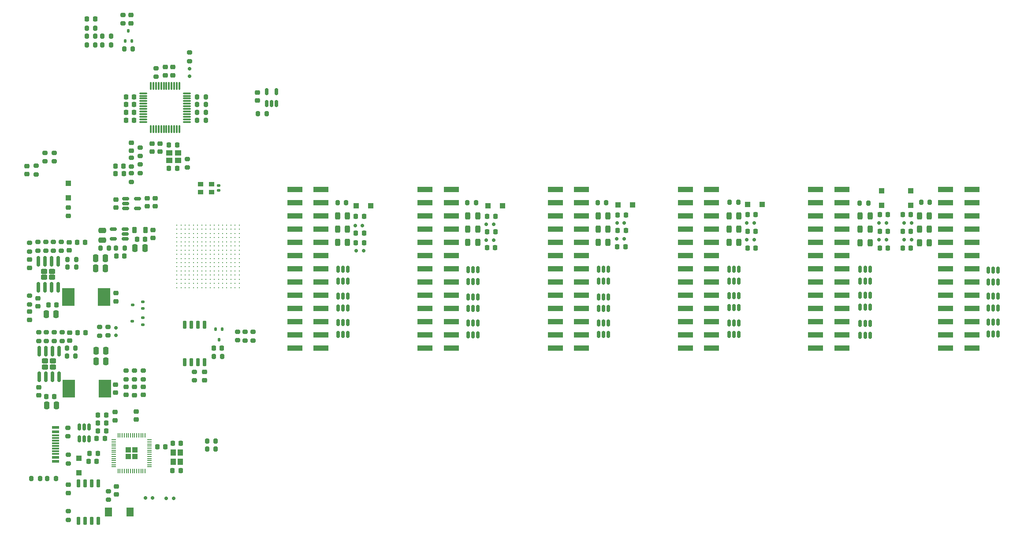
<source format=gtp>
G04 #@! TF.GenerationSoftware,KiCad,Pcbnew,8.0.4*
G04 #@! TF.CreationDate,2024-08-31T14:34:10+03:00*
G04 #@! TF.ProjectId,rioctrl-controller,72696f63-7472-46c2-9d63-6f6e74726f6c,rev?*
G04 #@! TF.SameCoordinates,Original*
G04 #@! TF.FileFunction,Paste,Top*
G04 #@! TF.FilePolarity,Positive*
%FSLAX46Y46*%
G04 Gerber Fmt 4.6, Leading zero omitted, Abs format (unit mm)*
G04 Created by KiCad (PCBNEW 8.0.4) date 2024-08-31 14:34:10*
%MOMM*%
%LPD*%
G01*
G04 APERTURE LIST*
G04 Aperture macros list*
%AMRoundRect*
0 Rectangle with rounded corners*
0 $1 Rounding radius*
0 $2 $3 $4 $5 $6 $7 $8 $9 X,Y pos of 4 corners*
0 Add a 4 corners polygon primitive as box body*
4,1,4,$2,$3,$4,$5,$6,$7,$8,$9,$2,$3,0*
0 Add four circle primitives for the rounded corners*
1,1,$1+$1,$2,$3*
1,1,$1+$1,$4,$5*
1,1,$1+$1,$6,$7*
1,1,$1+$1,$8,$9*
0 Add four rect primitives between the rounded corners*
20,1,$1+$1,$2,$3,$4,$5,0*
20,1,$1+$1,$4,$5,$6,$7,0*
20,1,$1+$1,$6,$7,$8,$9,0*
20,1,$1+$1,$8,$9,$2,$3,0*%
G04 Aperture macros list end*
%ADD10RoundRect,0.225000X0.225000X0.250000X-0.225000X0.250000X-0.225000X-0.250000X0.225000X-0.250000X0*%
%ADD11RoundRect,0.200000X0.200000X0.275000X-0.200000X0.275000X-0.200000X-0.275000X0.200000X-0.275000X0*%
%ADD12RoundRect,0.200000X-0.200000X-0.275000X0.200000X-0.275000X0.200000X0.275000X-0.200000X0.275000X0*%
%ADD13RoundRect,0.218750X0.218750X0.256250X-0.218750X0.256250X-0.218750X-0.256250X0.218750X-0.256250X0*%
%ADD14RoundRect,0.150000X-0.150000X-0.200000X0.150000X-0.200000X0.150000X0.200000X-0.150000X0.200000X0*%
%ADD15RoundRect,0.250000X0.300000X-0.300000X0.300000X0.300000X-0.300000X0.300000X-0.300000X-0.300000X0*%
%ADD16RoundRect,0.250000X0.250000X0.475000X-0.250000X0.475000X-0.250000X-0.475000X0.250000X-0.475000X0*%
%ADD17R,3.000000X1.000000*%
%ADD18RoundRect,0.243750X0.243750X0.456250X-0.243750X0.456250X-0.243750X-0.456250X0.243750X-0.456250X0*%
%ADD19RoundRect,0.250000X0.292217X-0.292217X0.292217X0.292217X-0.292217X0.292217X-0.292217X-0.292217X0*%
%ADD20RoundRect,0.050000X0.050000X-0.387500X0.050000X0.387500X-0.050000X0.387500X-0.050000X-0.387500X0*%
%ADD21RoundRect,0.050000X0.387500X-0.050000X0.387500X0.050000X-0.387500X0.050000X-0.387500X-0.050000X0*%
%ADD22RoundRect,0.150000X-0.150000X0.512500X-0.150000X-0.512500X0.150000X-0.512500X0.150000X0.512500X0*%
%ADD23RoundRect,0.150000X0.150000X-0.512500X0.150000X0.512500X-0.150000X0.512500X-0.150000X-0.512500X0*%
%ADD24RoundRect,0.200000X0.275000X-0.200000X0.275000X0.200000X-0.275000X0.200000X-0.275000X-0.200000X0*%
%ADD25RoundRect,0.200000X-0.275000X0.200000X-0.275000X-0.200000X0.275000X-0.200000X0.275000X0.200000X0*%
%ADD26RoundRect,0.225000X-0.225000X-0.250000X0.225000X-0.250000X0.225000X0.250000X-0.225000X0.250000X0*%
%ADD27RoundRect,0.243750X-0.243750X-0.456250X0.243750X-0.456250X0.243750X0.456250X-0.243750X0.456250X0*%
%ADD28RoundRect,0.218750X-0.218750X-0.256250X0.218750X-0.256250X0.218750X0.256250X-0.218750X0.256250X0*%
%ADD29RoundRect,0.225000X-0.250000X0.225000X-0.250000X-0.225000X0.250000X-0.225000X0.250000X0.225000X0*%
%ADD30RoundRect,0.150000X0.200000X-0.150000X0.200000X0.150000X-0.200000X0.150000X-0.200000X-0.150000X0*%
%ADD31RoundRect,0.250000X-0.300000X-0.300000X0.300000X-0.300000X0.300000X0.300000X-0.300000X0.300000X0*%
%ADD32RoundRect,0.225000X0.250000X-0.225000X0.250000X0.225000X-0.250000X0.225000X-0.250000X-0.225000X0*%
%ADD33RoundRect,0.150000X-0.200000X0.150000X-0.200000X-0.150000X0.200000X-0.150000X0.200000X0.150000X0*%
%ADD34RoundRect,0.218750X-0.256250X0.218750X-0.256250X-0.218750X0.256250X-0.218750X0.256250X0.218750X0*%
%ADD35RoundRect,0.240000X0.385000X-0.240000X0.385000X0.240000X-0.385000X0.240000X-0.385000X-0.240000X0*%
%ADD36RoundRect,0.150000X0.150000X-0.825000X0.150000X0.825000X-0.150000X0.825000X-0.150000X-0.825000X0*%
%ADD37R,1.350000X1.800000*%
%ADD38RoundRect,0.218750X0.256250X-0.218750X0.256250X0.218750X-0.256250X0.218750X-0.256250X-0.218750X0*%
%ADD39RoundRect,0.150000X0.150000X0.200000X-0.150000X0.200000X-0.150000X-0.200000X0.150000X-0.200000X0*%
%ADD40RoundRect,0.075000X-0.075000X0.662500X-0.075000X-0.662500X0.075000X-0.662500X0.075000X0.662500X0*%
%ADD41RoundRect,0.075000X-0.662500X0.075000X-0.662500X-0.075000X0.662500X-0.075000X0.662500X0.075000X0*%
%ADD42RoundRect,0.150000X0.512500X0.150000X-0.512500X0.150000X-0.512500X-0.150000X0.512500X-0.150000X0*%
%ADD43R,1.450000X0.600000*%
%ADD44R,1.450000X0.300000*%
%ADD45RoundRect,0.250000X-0.250000X-0.475000X0.250000X-0.475000X0.250000X0.475000X-0.250000X0.475000X0*%
%ADD46RoundRect,0.140000X0.170000X-0.140000X0.170000X0.140000X-0.170000X0.140000X-0.170000X-0.140000X0*%
%ADD47RoundRect,0.218750X-0.218750X-0.381250X0.218750X-0.381250X0.218750X0.381250X-0.218750X0.381250X0*%
%ADD48RoundRect,0.112500X0.112500X0.237500X-0.112500X0.237500X-0.112500X-0.237500X0.112500X-0.237500X0*%
%ADD49RoundRect,0.250000X-0.475000X0.250000X-0.475000X-0.250000X0.475000X-0.250000X0.475000X0.250000X0*%
%ADD50R,2.400000X3.500000*%
%ADD51RoundRect,0.150000X-0.512500X-0.150000X0.512500X-0.150000X0.512500X0.150000X-0.512500X0.150000X0*%
%ADD52RoundRect,0.150000X0.150000X-0.650000X0.150000X0.650000X-0.150000X0.650000X-0.150000X-0.650000X0*%
%ADD53RoundRect,0.112500X0.237500X-0.112500X0.237500X0.112500X-0.237500X0.112500X-0.237500X-0.112500X0*%
%ADD54R,1.000000X0.900000*%
%ADD55RoundRect,0.150000X-0.150000X0.650000X-0.150000X-0.650000X0.150000X-0.650000X0.150000X0.650000X0*%
%ADD56R,1.150000X1.000000*%
%ADD57C,0.320000*%
%ADD58RoundRect,0.112500X-0.112500X-0.237500X0.112500X-0.237500X0.112500X0.237500X-0.112500X0.237500X0*%
%ADD59R,1.000000X1.150000*%
G04 APERTURE END LIST*
D10*
G04 #@! TO.C,C41*
X79576295Y-58935000D03*
X78026295Y-58935000D03*
G04 #@! TD*
G04 #@! TO.C,C25*
X72425000Y-125950000D03*
X70875000Y-125950000D03*
G04 #@! TD*
D11*
G04 #@! TO.C,R22*
X61525000Y-129300000D03*
X59875000Y-129300000D03*
G04 #@! TD*
D12*
G04 #@! TO.C,R41*
X70505000Y-42750000D03*
X72155000Y-42750000D03*
G04 #@! TD*
D13*
G04 #@! TO.C,D11*
X96437500Y-104200000D03*
X94862500Y-104200000D03*
G04 #@! TD*
D12*
G04 #@! TO.C,R23*
X62925000Y-129300000D03*
X64575000Y-129300000D03*
G04 #@! TD*
D14*
G04 #@! TO.C,D6*
X83150000Y-133050000D03*
X81750000Y-133050000D03*
G04 #@! TD*
D15*
G04 #@! TO.C,D27*
X223200000Y-76800000D03*
X223200000Y-74000000D03*
G04 #@! TD*
D16*
G04 #@! TO.C,C11*
X81662500Y-85037500D03*
X79762500Y-85037500D03*
G04 #@! TD*
D17*
G04 #@! TO.C,J14*
X210480000Y-104240000D03*
X215520000Y-104240000D03*
X210480000Y-101700000D03*
X215520000Y-101700000D03*
X210480000Y-99160000D03*
X215520000Y-99160000D03*
X210480000Y-96620000D03*
X215520000Y-96620000D03*
X210480000Y-94080000D03*
X215520000Y-94080000D03*
X210480000Y-91540000D03*
X215520000Y-91540000D03*
X210480000Y-89000000D03*
X215520000Y-89000000D03*
X210480000Y-86460000D03*
X215520000Y-86460000D03*
X210480000Y-83920000D03*
X215520000Y-83920000D03*
X210480000Y-81380000D03*
X215520000Y-81380000D03*
X210480000Y-78840000D03*
X215520000Y-78840000D03*
X210480000Y-76300000D03*
X215520000Y-76300000D03*
X210480000Y-73760000D03*
X215520000Y-73760000D03*
G04 #@! TD*
D18*
G04 #@! TO.C,F4*
X145587500Y-83900000D03*
X143712500Y-83900000D03*
G04 #@! TD*
D19*
G04 #@! TO.C,U7*
X78462500Y-125075000D03*
X79737500Y-125075000D03*
X78462500Y-123800000D03*
X79737500Y-123800000D03*
D20*
X76500000Y-127875000D03*
X76900000Y-127875000D03*
X77300000Y-127875000D03*
X77700000Y-127875000D03*
X78100000Y-127875000D03*
X78500000Y-127875000D03*
X78900000Y-127875000D03*
X79300000Y-127875000D03*
X79700000Y-127875000D03*
X80100000Y-127875000D03*
X80500000Y-127875000D03*
X80900000Y-127875000D03*
X81300000Y-127875000D03*
X81700000Y-127875000D03*
D21*
X82537500Y-127037500D03*
X82537500Y-126637500D03*
X82537500Y-126237500D03*
X82537500Y-125837500D03*
X82537500Y-125437500D03*
X82537500Y-125037500D03*
X82537500Y-124637500D03*
X82537500Y-124237500D03*
X82537500Y-123837500D03*
X82537500Y-123437500D03*
X82537500Y-123037500D03*
X82537500Y-122637500D03*
X82537500Y-122237500D03*
X82537500Y-121837500D03*
D20*
X81700000Y-121000000D03*
X81300000Y-121000000D03*
X80900000Y-121000000D03*
X80500000Y-121000000D03*
X80100000Y-121000000D03*
X79700000Y-121000000D03*
X79300000Y-121000000D03*
X78900000Y-121000000D03*
X78500000Y-121000000D03*
X78100000Y-121000000D03*
X77700000Y-121000000D03*
X77300000Y-121000000D03*
X76900000Y-121000000D03*
X76500000Y-121000000D03*
D21*
X75662500Y-121837500D03*
X75662500Y-122237500D03*
X75662500Y-122637500D03*
X75662500Y-123037500D03*
X75662500Y-123437500D03*
X75662500Y-123837500D03*
X75662500Y-124237500D03*
X75662500Y-124637500D03*
X75662500Y-125037500D03*
X75662500Y-125437500D03*
X75662500Y-125837500D03*
X75662500Y-126237500D03*
X75662500Y-126637500D03*
X75662500Y-127037500D03*
G04 #@! TD*
D22*
G04 #@! TO.C,U6*
X70950000Y-119412500D03*
X70000000Y-119412500D03*
X69050000Y-119412500D03*
X69050000Y-121687500D03*
X70000000Y-121687500D03*
X70950000Y-121687500D03*
G04 #@! TD*
D11*
G04 #@! TO.C,R61*
X220625000Y-76400000D03*
X218975000Y-76400000D03*
G04 #@! TD*
D23*
G04 #@! TO.C,U27*
X118750000Y-101587500D03*
X119700000Y-101587500D03*
X120650000Y-101587500D03*
X120650000Y-99312500D03*
X119700000Y-99312500D03*
X118750000Y-99312500D03*
G04 #@! TD*
G04 #@! TO.C,U21*
X193850000Y-101637500D03*
X194800000Y-101637500D03*
X195750000Y-101637500D03*
X195750000Y-99362500D03*
X194800000Y-99362500D03*
X193850000Y-99362500D03*
G04 #@! TD*
D17*
G04 #@! TO.C,J11*
X135480000Y-104240000D03*
X140520000Y-104240000D03*
X135480000Y-101700000D03*
X140520000Y-101700000D03*
X135480000Y-99160000D03*
X140520000Y-99160000D03*
X135480000Y-96620000D03*
X140520000Y-96620000D03*
X135480000Y-94080000D03*
X140520000Y-94080000D03*
X135480000Y-91540000D03*
X140520000Y-91540000D03*
X135480000Y-89000000D03*
X140520000Y-89000000D03*
X135480000Y-86460000D03*
X140520000Y-86460000D03*
X135480000Y-83920000D03*
X140520000Y-83920000D03*
X135480000Y-81380000D03*
X140520000Y-81380000D03*
X135480000Y-78840000D03*
X140520000Y-78840000D03*
X135480000Y-76300000D03*
X140520000Y-76300000D03*
X135480000Y-73760000D03*
X140520000Y-73760000D03*
G04 #@! TD*
D18*
G04 #@! TO.C,F13*
X220937500Y-84000000D03*
X219062500Y-84000000D03*
G04 #@! TD*
D24*
G04 #@! TO.C,R46*
X99450000Y-102725000D03*
X99450000Y-101075000D03*
G04 #@! TD*
D25*
G04 #@! TO.C,R42*
X79051295Y-67650000D03*
X79051295Y-69300000D03*
G04 #@! TD*
D18*
G04 #@! TO.C,F14*
X220937500Y-78800000D03*
X219062500Y-78800000D03*
G04 #@! TD*
D24*
G04 #@! TO.C,R3*
X61250000Y-102825000D03*
X61250000Y-101175000D03*
G04 #@! TD*
D26*
G04 #@! TO.C,C23*
X87000000Y-122525000D03*
X88550000Y-122525000D03*
G04 #@! TD*
D27*
G04 #@! TO.C,F9*
X168712500Y-81400000D03*
X170587500Y-81400000D03*
G04 #@! TD*
D23*
G04 #@! TO.C,U26*
X219050000Y-91337500D03*
X220000000Y-91337500D03*
X220950000Y-91337500D03*
X220950000Y-89062500D03*
X220000000Y-89062500D03*
X219050000Y-89062500D03*
G04 #@! TD*
D11*
G04 #@! TO.C,R10*
X77787500Y-85037500D03*
X76137500Y-85037500D03*
G04 #@! TD*
D23*
G04 #@! TO.C,U28*
X243650000Y-96537500D03*
X244600000Y-96537500D03*
X245550000Y-96537500D03*
X245550000Y-94262500D03*
X244600000Y-94262500D03*
X243650000Y-94262500D03*
G04 #@! TD*
D11*
G04 #@! TO.C,R14*
X68325000Y-105750000D03*
X66675000Y-105750000D03*
G04 #@! TD*
D24*
G04 #@! TO.C,R27*
X74550000Y-101775000D03*
X74550000Y-100125000D03*
G04 #@! TD*
D13*
G04 #@! TO.C,FB17*
X198987500Y-85000000D03*
X197412500Y-85000000D03*
G04 #@! TD*
D28*
G04 #@! TO.C,FB6*
X72662500Y-117100000D03*
X74237500Y-117100000D03*
G04 #@! TD*
D29*
G04 #@! TO.C,C36*
X83051295Y-64910000D03*
X83051295Y-66460000D03*
G04 #@! TD*
D28*
G04 #@! TO.C,FB24*
X227212500Y-78600000D03*
X228787500Y-78600000D03*
G04 #@! TD*
D17*
G04 #@! TO.C,J12*
X160480000Y-104240000D03*
X165520000Y-104240000D03*
X160480000Y-101700000D03*
X165520000Y-101700000D03*
X160480000Y-99160000D03*
X165520000Y-99160000D03*
X160480000Y-96620000D03*
X165520000Y-96620000D03*
X160480000Y-94080000D03*
X165520000Y-94080000D03*
X160480000Y-91540000D03*
X165520000Y-91540000D03*
X160480000Y-89000000D03*
X165520000Y-89000000D03*
X160480000Y-86460000D03*
X165520000Y-86460000D03*
X160480000Y-83920000D03*
X165520000Y-83920000D03*
X160480000Y-81380000D03*
X165520000Y-81380000D03*
X160480000Y-78840000D03*
X165520000Y-78840000D03*
X160480000Y-76300000D03*
X165520000Y-76300000D03*
X160480000Y-73760000D03*
X165520000Y-73760000D03*
G04 #@! TD*
D30*
G04 #@! TO.C,D8*
X76100000Y-100350000D03*
X76100000Y-101750000D03*
G04 #@! TD*
D24*
G04 #@! TO.C,R18*
X79700000Y-110225000D03*
X79700000Y-108575000D03*
G04 #@! TD*
D31*
G04 #@! TO.C,D13*
X122250000Y-76900000D03*
X125050000Y-76900000D03*
G04 #@! TD*
D32*
G04 #@! TO.C,C29*
X75950000Y-118075000D03*
X75950000Y-116525000D03*
G04 #@! TD*
D14*
G04 #@! TO.C,D7*
X87200000Y-133100000D03*
X85800000Y-133100000D03*
G04 #@! TD*
D11*
G04 #@! TO.C,R58*
X145275000Y-76300000D03*
X143625000Y-76300000D03*
G04 #@! TD*
D23*
G04 #@! TO.C,U15*
X143737500Y-101687500D03*
X144687500Y-101687500D03*
X145637500Y-101687500D03*
X145637500Y-99412500D03*
X144687500Y-99412500D03*
X143737500Y-99412500D03*
G04 #@! TD*
D33*
G04 #@! TO.C,D16*
X90250000Y-51950000D03*
X90250000Y-50550000D03*
G04 #@! TD*
D14*
G04 #@! TO.C,D32*
X228900000Y-80200000D03*
X227500000Y-80200000D03*
G04 #@! TD*
D15*
G04 #@! TO.C,D9*
X69000000Y-128150000D03*
X69000000Y-125350000D03*
G04 #@! TD*
D23*
G04 #@! TO.C,U12*
X118750000Y-96487500D03*
X119700000Y-96487500D03*
X120650000Y-96487500D03*
X120650000Y-94212500D03*
X119700000Y-94212500D03*
X118750000Y-94212500D03*
G04 #@! TD*
D12*
G04 #@! TO.C,R40*
X70505000Y-44250000D03*
X72155000Y-44250000D03*
G04 #@! TD*
D14*
G04 #@! TO.C,D19*
X148650000Y-83450000D03*
X147250000Y-83450000D03*
G04 #@! TD*
D11*
G04 #@! TO.C,R59*
X170275000Y-76300000D03*
X168625000Y-76300000D03*
G04 #@! TD*
D25*
G04 #@! TO.C,R4*
X62620000Y-83850000D03*
X62620000Y-85500000D03*
G04 #@! TD*
D32*
G04 #@! TO.C,C42*
X103250000Y-56675000D03*
X103250000Y-55125000D03*
G04 #@! TD*
G04 #@! TO.C,C32*
X80000000Y-117975000D03*
X80000000Y-116425000D03*
G04 #@! TD*
D15*
G04 #@! TO.C,D30*
X228800000Y-76800000D03*
X228800000Y-74000000D03*
G04 #@! TD*
D11*
G04 #@! TO.C,R32*
X93376295Y-60435000D03*
X91726295Y-60435000D03*
G04 #@! TD*
D34*
G04 #@! TO.C,D3*
X79700000Y-111672500D03*
X79700000Y-113247500D03*
G04 #@! TD*
D35*
G04 #@! TO.C,U2*
X62345000Y-90595000D03*
X63845000Y-90595000D03*
X62345000Y-89455000D03*
X63845000Y-89455000D03*
D36*
X61190000Y-92500000D03*
X62460000Y-92500000D03*
X63730000Y-92500000D03*
X65000000Y-92500000D03*
X65000000Y-87550000D03*
X63730000Y-87550000D03*
X62460000Y-87550000D03*
X61190000Y-87550000D03*
G04 #@! TD*
D26*
G04 #@! TO.C,C4*
X63120000Y-95925000D03*
X64670000Y-95925000D03*
G04 #@! TD*
D16*
G04 #@! TO.C,C15*
X74095000Y-88925000D03*
X72195000Y-88925000D03*
G04 #@! TD*
D27*
G04 #@! TO.C,F15*
X219062500Y-81400000D03*
X220937500Y-81400000D03*
G04 #@! TD*
D18*
G04 #@! TO.C,F1*
X120537500Y-83900000D03*
X118662500Y-83900000D03*
G04 #@! TD*
D23*
G04 #@! TO.C,U17*
X143750000Y-91437500D03*
X144700000Y-91437500D03*
X145650000Y-91437500D03*
X145650000Y-89162500D03*
X144700000Y-89162500D03*
X143750000Y-89162500D03*
G04 #@! TD*
G04 #@! TO.C,U11*
X243650000Y-101537500D03*
X244600000Y-101537500D03*
X245550000Y-101537500D03*
X245550000Y-99262500D03*
X244600000Y-99262500D03*
X243650000Y-99262500D03*
G04 #@! TD*
D37*
G04 #@! TO.C,SW1*
X78850000Y-135750000D03*
X74700000Y-135750000D03*
G04 #@! TD*
D27*
G04 #@! TO.C,F6*
X143712500Y-81400000D03*
X145587500Y-81400000D03*
G04 #@! TD*
D10*
G04 #@! TO.C,C33*
X87851295Y-69685000D03*
X86301295Y-69685000D03*
G04 #@! TD*
D29*
G04 #@! TO.C,C31*
X76200000Y-130775000D03*
X76200000Y-132325000D03*
G04 #@! TD*
D25*
G04 #@! TO.C,R6*
X62750000Y-101175000D03*
X62750000Y-102825000D03*
G04 #@! TD*
D24*
G04 #@! TO.C,R5*
X64120000Y-85500000D03*
X64120000Y-83850000D03*
G04 #@! TD*
D25*
G04 #@! TO.C,R52*
X59500000Y-94175000D03*
X59500000Y-95825000D03*
G04 #@! TD*
D11*
G04 #@! TO.C,R51*
X96525000Y-105800000D03*
X94875000Y-105800000D03*
G04 #@! TD*
D24*
G04 #@! TO.C,R28*
X81330000Y-110227500D03*
X81330000Y-108577500D03*
G04 #@! TD*
D34*
G04 #@! TO.C,FB3*
X76000000Y-111212500D03*
X76000000Y-112787500D03*
G04 #@! TD*
D31*
G04 #@! TO.C,D24*
X197400000Y-76600000D03*
X200200000Y-76600000D03*
G04 #@! TD*
D11*
G04 #@! TO.C,R36*
X75150000Y-46000000D03*
X73500000Y-46000000D03*
G04 #@! TD*
D10*
G04 #@! TO.C,C10*
X77737500Y-86537500D03*
X76187500Y-86537500D03*
G04 #@! TD*
G04 #@! TO.C,C28*
X74225000Y-120100000D03*
X72675000Y-120100000D03*
G04 #@! TD*
D11*
G04 #@! TO.C,R60*
X195625000Y-76200000D03*
X193975000Y-76200000D03*
G04 #@! TD*
D38*
G04 #@! TO.C,D17*
X79000000Y-41787500D03*
X79000000Y-40212500D03*
G04 #@! TD*
D29*
G04 #@! TO.C,C21*
X66950000Y-130500000D03*
X66950000Y-132050000D03*
G04 #@! TD*
D34*
G04 #@! TO.C,FB5*
X83212500Y-81500000D03*
X83212500Y-83075000D03*
G04 #@! TD*
D25*
G04 #@! TO.C,R16*
X74700000Y-131700000D03*
X74700000Y-133350000D03*
G04 #@! TD*
D39*
G04 #@! TO.C,D26*
X197300000Y-80200000D03*
X198700000Y-80200000D03*
G04 #@! TD*
D40*
G04 #@! TO.C,U8*
X88301295Y-53837500D03*
X87801295Y-53837500D03*
X87301295Y-53837500D03*
X86801295Y-53837500D03*
X86301295Y-53837500D03*
X85801295Y-53837500D03*
X85301295Y-53837500D03*
X84801295Y-53837500D03*
X84301295Y-53837500D03*
X83801295Y-53837500D03*
X83301295Y-53837500D03*
X82801295Y-53837500D03*
D41*
X81388795Y-55250000D03*
X81388795Y-55750000D03*
X81388795Y-56250000D03*
X81388795Y-56750000D03*
X81388795Y-57250000D03*
X81388795Y-57750000D03*
X81388795Y-58250000D03*
X81388795Y-58750000D03*
X81388795Y-59250000D03*
X81388795Y-59750000D03*
X81388795Y-60250000D03*
X81388795Y-60750000D03*
D40*
X82801295Y-62162500D03*
X83301295Y-62162500D03*
X83801295Y-62162500D03*
X84301295Y-62162500D03*
X84801295Y-62162500D03*
X85301295Y-62162500D03*
X85801295Y-62162500D03*
X86301295Y-62162500D03*
X86801295Y-62162500D03*
X87301295Y-62162500D03*
X87801295Y-62162500D03*
X88301295Y-62162500D03*
D41*
X89713795Y-60750000D03*
X89713795Y-60250000D03*
X89713795Y-59750000D03*
X89713795Y-59250000D03*
X89713795Y-58750000D03*
X89713795Y-58250000D03*
X89713795Y-57750000D03*
X89713795Y-57250000D03*
X89713795Y-56750000D03*
X89713795Y-56250000D03*
X89713795Y-55750000D03*
X89713795Y-55250000D03*
G04 #@! TD*
D29*
G04 #@! TO.C,C55*
X93100000Y-108825000D03*
X93100000Y-110375000D03*
G04 #@! TD*
D11*
G04 #@! TO.C,R30*
X93376295Y-57435000D03*
X91726295Y-57435000D03*
G04 #@! TD*
D23*
G04 #@! TO.C,U13*
X118750000Y-91337500D03*
X119700000Y-91337500D03*
X120650000Y-91337500D03*
X120650000Y-89062500D03*
X119700000Y-89062500D03*
X118750000Y-89062500D03*
G04 #@! TD*
D10*
G04 #@! TO.C,C40*
X79576295Y-55935000D03*
X78026295Y-55935000D03*
G04 #@! TD*
D12*
G04 #@! TO.C,R62*
X230775000Y-76200000D03*
X232425000Y-76200000D03*
G04 #@! TD*
D13*
G04 #@! TO.C,FB20*
X224387500Y-85000000D03*
X222812500Y-85000000D03*
G04 #@! TD*
D34*
G04 #@! TO.C,D2*
X59000000Y-69212500D03*
X59000000Y-70787500D03*
G04 #@! TD*
D18*
G04 #@! TO.C,F11*
X195737500Y-78800000D03*
X193862500Y-78800000D03*
G04 #@! TD*
D23*
G04 #@! TO.C,U25*
X219050000Y-96337500D03*
X220000000Y-96337500D03*
X220950000Y-96337500D03*
X220950000Y-94062500D03*
X220000000Y-94062500D03*
X219050000Y-94062500D03*
G04 #@! TD*
D25*
G04 #@! TO.C,R50*
X59500000Y-84000000D03*
X59500000Y-85650000D03*
G04 #@! TD*
D24*
G04 #@! TO.C,R17*
X67000000Y-137225000D03*
X67000000Y-135575000D03*
G04 #@! TD*
D13*
G04 #@! TO.C,FB15*
X174037500Y-78650000D03*
X172462500Y-78650000D03*
G04 #@! TD*
D31*
G04 #@! TO.C,D21*
X172550000Y-76700000D03*
X175350000Y-76700000D03*
G04 #@! TD*
D11*
G04 #@! TO.C,R29*
X93376295Y-55935000D03*
X91726295Y-55935000D03*
G04 #@! TD*
D42*
G04 #@! TO.C,U1*
X77850000Y-83237500D03*
X77850000Y-82287500D03*
X77850000Y-81337500D03*
X75575000Y-81337500D03*
X75575000Y-83237500D03*
G04 #@! TD*
D18*
G04 #@! TO.C,F5*
X145587500Y-78850000D03*
X143712500Y-78850000D03*
G04 #@! TD*
D16*
G04 #@! TO.C,C17*
X74095000Y-86925000D03*
X72195000Y-86925000D03*
G04 #@! TD*
D32*
G04 #@! TO.C,C20*
X82137500Y-76975000D03*
X82137500Y-75425000D03*
G04 #@! TD*
D11*
G04 #@! TO.C,R35*
X75150000Y-44250000D03*
X73500000Y-44250000D03*
G04 #@! TD*
D32*
G04 #@! TO.C,C46*
X79051295Y-66275000D03*
X79051295Y-64725000D03*
G04 #@! TD*
D11*
G04 #@! TO.C,R53*
X120325000Y-76300000D03*
X118675000Y-76300000D03*
G04 #@! TD*
G04 #@! TO.C,R31*
X93376295Y-58935000D03*
X91726295Y-58935000D03*
G04 #@! TD*
D43*
G04 #@! TO.C,J3*
X64545000Y-119500000D03*
X64545000Y-120300000D03*
D44*
X64545000Y-121500000D03*
X64545000Y-122500000D03*
X64545000Y-123000000D03*
X64545000Y-124000000D03*
D43*
X64545000Y-125200000D03*
X64545000Y-126000000D03*
X64545000Y-126000000D03*
X64545000Y-125200000D03*
D44*
X64545000Y-124500000D03*
X64545000Y-123500000D03*
X64545000Y-122000000D03*
X64545000Y-121000000D03*
D43*
X64545000Y-120300000D03*
X64545000Y-119500000D03*
G04 #@! TD*
D25*
G04 #@! TO.C,R21*
X67000000Y-124725000D03*
X67000000Y-126375000D03*
G04 #@! TD*
D12*
G04 #@! TO.C,R39*
X70505000Y-46000000D03*
X72155000Y-46000000D03*
G04 #@! TD*
D45*
G04 #@! TO.C,C3*
X62800000Y-115250000D03*
X64700000Y-115250000D03*
G04 #@! TD*
D11*
G04 #@! TO.C,R49*
X95275000Y-123600000D03*
X93625000Y-123600000D03*
G04 #@! TD*
D46*
G04 #@! TO.C,C54*
X95800000Y-73930000D03*
X95800000Y-72970000D03*
G04 #@! TD*
D13*
G04 #@! TO.C,FB9*
X123737500Y-78900000D03*
X122162500Y-78900000D03*
G04 #@! TD*
D47*
G04 #@! TO.C,L1*
X79650000Y-81537500D03*
X81775000Y-81537500D03*
G04 #@! TD*
D32*
G04 #@! TO.C,C6*
X67120000Y-85450000D03*
X67120000Y-83900000D03*
G04 #@! TD*
D27*
G04 #@! TO.C,F3*
X118662500Y-81400000D03*
X120537500Y-81400000D03*
G04 #@! TD*
D25*
G04 #@! TO.C,R37*
X80801295Y-68925000D03*
X80801295Y-70575000D03*
G04 #@! TD*
D34*
G04 #@! TO.C,FB4*
X83637500Y-75412500D03*
X83637500Y-76987500D03*
G04 #@! TD*
D25*
G04 #@! TO.C,R44*
X102450000Y-101100000D03*
X102450000Y-102750000D03*
G04 #@! TD*
D38*
G04 #@! TO.C,D10*
X59500000Y-88787500D03*
X59500000Y-87212500D03*
G04 #@! TD*
D10*
G04 #@! TO.C,C27*
X74225000Y-118600000D03*
X72675000Y-118600000D03*
G04 #@! TD*
G04 #@! TO.C,C30*
X72600000Y-124450000D03*
X71050000Y-124450000D03*
G04 #@! TD*
D18*
G04 #@! TO.C,F18*
X232337500Y-81400000D03*
X230462500Y-81400000D03*
G04 #@! TD*
D10*
G04 #@! TO.C,C45*
X77601295Y-70725000D03*
X76051295Y-70725000D03*
G04 #@! TD*
D18*
G04 #@! TO.C,F2*
X120537500Y-78850000D03*
X118662500Y-78850000D03*
G04 #@! TD*
D12*
G04 #@! TO.C,R54*
X103375000Y-59150000D03*
X105025000Y-59150000D03*
G04 #@! TD*
D29*
G04 #@! TO.C,C35*
X84551295Y-64910000D03*
X84551295Y-66460000D03*
G04 #@! TD*
D24*
G04 #@! TO.C,R9*
X65750000Y-102825000D03*
X65750000Y-101175000D03*
G04 #@! TD*
D32*
G04 #@! TO.C,C7*
X67250000Y-102775000D03*
X67250000Y-101225000D03*
G04 #@! TD*
D17*
G04 #@! TO.C,J13*
X185480000Y-104240000D03*
X190520000Y-104240000D03*
X185480000Y-101700000D03*
X190520000Y-101700000D03*
X185480000Y-99160000D03*
X190520000Y-99160000D03*
X185480000Y-96620000D03*
X190520000Y-96620000D03*
X185480000Y-94080000D03*
X190520000Y-94080000D03*
X185480000Y-91540000D03*
X190520000Y-91540000D03*
X185480000Y-89000000D03*
X190520000Y-89000000D03*
X185480000Y-86460000D03*
X190520000Y-86460000D03*
X185480000Y-83920000D03*
X190520000Y-83920000D03*
X185480000Y-81380000D03*
X190520000Y-81380000D03*
X185480000Y-78840000D03*
X190520000Y-78840000D03*
X185480000Y-76300000D03*
X190520000Y-76300000D03*
X185480000Y-73760000D03*
X190520000Y-73760000D03*
G04 #@! TD*
D10*
G04 #@! TO.C,C38*
X79576295Y-57435000D03*
X78026295Y-57435000D03*
G04 #@! TD*
D27*
G04 #@! TO.C,F16*
X230462500Y-84000000D03*
X232337500Y-84000000D03*
G04 #@! TD*
D11*
G04 #@! TO.C,R12*
X68470000Y-88675000D03*
X66820000Y-88675000D03*
G04 #@! TD*
D48*
G04 #@! TO.C,Q2*
X96550000Y-100600000D03*
X95250000Y-100600000D03*
X95900000Y-102600000D03*
G04 #@! TD*
D12*
G04 #@! TO.C,R15*
X66675000Y-104250000D03*
X68325000Y-104250000D03*
G04 #@! TD*
D13*
G04 #@! TO.C,FB18*
X198987500Y-78600000D03*
X197412500Y-78600000D03*
G04 #@! TD*
G04 #@! TO.C,FB14*
X173987500Y-84750000D03*
X172412500Y-84750000D03*
G04 #@! TD*
D49*
G04 #@! TO.C,C1*
X73462500Y-81587500D03*
X73462500Y-83487500D03*
G04 #@! TD*
D38*
G04 #@! TO.C,D12*
X59500000Y-98787500D03*
X59500000Y-97212500D03*
G04 #@! TD*
D26*
G04 #@! TO.C,C24*
X84025000Y-123150000D03*
X85575000Y-123150000D03*
G04 #@! TD*
D28*
G04 #@! TO.C,FB16*
X172462500Y-81650000D03*
X174037500Y-81650000D03*
G04 #@! TD*
D13*
G04 #@! TO.C,FB25*
X228787500Y-81800000D03*
X227212500Y-81800000D03*
G04 #@! TD*
D50*
G04 #@! TO.C,L2*
X66945000Y-94425000D03*
X73845000Y-94425000D03*
G04 #@! TD*
D24*
G04 #@! TO.C,R43*
X79051295Y-72300000D03*
X79051295Y-70650000D03*
G04 #@! TD*
D18*
G04 #@! TO.C,F7*
X170587500Y-83900000D03*
X168712500Y-83900000D03*
G04 #@! TD*
G04 #@! TO.C,F10*
X195737500Y-83900000D03*
X193862500Y-83900000D03*
G04 #@! TD*
D14*
G04 #@! TO.C,D22*
X173700000Y-83200000D03*
X172300000Y-83200000D03*
G04 #@! TD*
D15*
G04 #@! TO.C,D1*
X67000000Y-75350000D03*
X67000000Y-72550000D03*
G04 #@! TD*
D51*
G04 #@! TO.C,U4*
X78000000Y-75500000D03*
X78000000Y-76450000D03*
X78000000Y-77400000D03*
X80275000Y-77400000D03*
X80275000Y-75500000D03*
G04 #@! TD*
D52*
G04 #@! TO.C,U5*
X68895000Y-137450000D03*
X70165000Y-137450000D03*
X71435000Y-137450000D03*
X72705000Y-137450000D03*
X72705000Y-130250000D03*
X71435000Y-130250000D03*
X70165000Y-130250000D03*
X68895000Y-130250000D03*
G04 #@! TD*
D23*
G04 #@! TO.C,U16*
X143750000Y-96637500D03*
X144700000Y-96637500D03*
X145650000Y-96637500D03*
X145650000Y-94362500D03*
X144700000Y-94362500D03*
X143750000Y-94362500D03*
G04 #@! TD*
D29*
G04 #@! TO.C,C14*
X61250000Y-111725000D03*
X61250000Y-113275000D03*
G04 #@! TD*
D25*
G04 #@! TO.C,R45*
X100940000Y-101100000D03*
X100940000Y-102750000D03*
G04 #@! TD*
D12*
G04 #@! TO.C,R13*
X66820000Y-87175000D03*
X68470000Y-87175000D03*
G04 #@! TD*
D32*
G04 #@! TO.C,C39*
X85551295Y-51775000D03*
X85551295Y-50225000D03*
G04 #@! TD*
D28*
G04 #@! TO.C,FB19*
X197412500Y-81800000D03*
X198987500Y-81800000D03*
G04 #@! TD*
D26*
G04 #@! TO.C,C8*
X68620000Y-83925000D03*
X70170000Y-83925000D03*
G04 #@! TD*
D39*
G04 #@! TO.C,D15*
X122050000Y-80650000D03*
X123450000Y-80650000D03*
G04 #@! TD*
D25*
G04 #@! TO.C,R33*
X64250000Y-66675000D03*
X64250000Y-68325000D03*
G04 #@! TD*
D29*
G04 #@! TO.C,C13*
X61145000Y-94650000D03*
X61145000Y-96200000D03*
G04 #@! TD*
D23*
G04 #@! TO.C,U20*
X168800000Y-91337500D03*
X169750000Y-91337500D03*
X170700000Y-91337500D03*
X170700000Y-89062500D03*
X169750000Y-89062500D03*
X168800000Y-89062500D03*
G04 #@! TD*
D10*
G04 #@! TO.C,C22*
X88525000Y-127775000D03*
X86975000Y-127775000D03*
G04 #@! TD*
D24*
G04 #@! TO.C,R2*
X61120000Y-85500000D03*
X61120000Y-83850000D03*
G04 #@! TD*
D23*
G04 #@! TO.C,U14*
X105050000Y-57237500D03*
X106000000Y-57237500D03*
X106950000Y-57237500D03*
X106950000Y-54962500D03*
X105050000Y-54962500D03*
G04 #@! TD*
D53*
G04 #@! TO.C,Q3*
X81250000Y-99697500D03*
X81250000Y-98397500D03*
X79250000Y-99047500D03*
G04 #@! TD*
D23*
G04 #@! TO.C,U29*
X243650000Y-91537500D03*
X244600000Y-91537500D03*
X245550000Y-91537500D03*
X245550000Y-89262500D03*
X244600000Y-89262500D03*
X243650000Y-89262500D03*
G04 #@! TD*
D10*
G04 #@! TO.C,C26*
X73975000Y-121600000D03*
X72425000Y-121600000D03*
G04 #@! TD*
D25*
G04 #@! TO.C,R47*
X91200000Y-108775000D03*
X91200000Y-110425000D03*
G04 #@! TD*
D27*
G04 #@! TO.C,F12*
X193862500Y-81400000D03*
X195737500Y-81400000D03*
G04 #@! TD*
D28*
G04 #@! TO.C,FB13*
X147412500Y-81900000D03*
X148987500Y-81900000D03*
G04 #@! TD*
D24*
G04 #@! TO.C,R26*
X72950000Y-101825000D03*
X72950000Y-100175000D03*
G04 #@! TD*
G04 #@! TO.C,R24*
X89826295Y-69510000D03*
X89826295Y-67860000D03*
G04 #@! TD*
D25*
G04 #@! TO.C,R20*
X66900000Y-119525000D03*
X66900000Y-121175000D03*
G04 #@! TD*
D34*
G04 #@! TO.C,D4*
X78050000Y-111662500D03*
X78050000Y-113237500D03*
G04 #@! TD*
D12*
G04 #@! TO.C,R48*
X93600000Y-122050000D03*
X95250000Y-122050000D03*
G04 #@! TD*
D25*
G04 #@! TO.C,R38*
X80801295Y-65675000D03*
X80801295Y-67325000D03*
G04 #@! TD*
D24*
G04 #@! TO.C,R19*
X78040000Y-110215000D03*
X78040000Y-108565000D03*
G04 #@! TD*
D39*
G04 #@! TO.C,D20*
X147250000Y-80400000D03*
X148650000Y-80400000D03*
G04 #@! TD*
D10*
G04 #@! TO.C,C37*
X79576295Y-60435000D03*
X78026295Y-60435000D03*
G04 #@! TD*
D34*
G04 #@! TO.C,D5*
X81350000Y-111650000D03*
X81350000Y-113225000D03*
G04 #@! TD*
D24*
G04 #@! TO.C,R7*
X64250000Y-102825000D03*
X64250000Y-101175000D03*
G04 #@! TD*
D35*
G04 #@! TO.C,U3*
X62500000Y-107820000D03*
X64000000Y-107820000D03*
X62500000Y-106680000D03*
X64000000Y-106680000D03*
D36*
X61345000Y-109725000D03*
X62615000Y-109725000D03*
X63885000Y-109725000D03*
X65155000Y-109725000D03*
X65155000Y-104775000D03*
X63885000Y-104775000D03*
X62615000Y-104775000D03*
X61345000Y-104775000D03*
G04 #@! TD*
D32*
G04 #@! TO.C,C19*
X76137500Y-77225000D03*
X76137500Y-75675000D03*
G04 #@! TD*
D13*
G04 #@! TO.C,FB11*
X148937500Y-84950000D03*
X147362500Y-84950000D03*
G04 #@! TD*
D11*
G04 #@! TO.C,R11*
X74787500Y-85037500D03*
X73137500Y-85037500D03*
G04 #@! TD*
D31*
G04 #@! TO.C,D18*
X147550000Y-76900000D03*
X150350000Y-76900000D03*
G04 #@! TD*
D16*
G04 #@! TO.C,C18*
X74200000Y-104750000D03*
X72300000Y-104750000D03*
G04 #@! TD*
D14*
G04 #@! TO.C,D28*
X224100000Y-83400000D03*
X222700000Y-83400000D03*
G04 #@! TD*
D23*
G04 #@! TO.C,U19*
X168800000Y-96637500D03*
X169750000Y-96637500D03*
X170700000Y-96637500D03*
X170700000Y-94362500D03*
X169750000Y-94362500D03*
X168800000Y-94362500D03*
G04 #@! TD*
D26*
G04 #@! TO.C,C9*
X68725000Y-101250000D03*
X70275000Y-101250000D03*
G04 #@! TD*
D23*
G04 #@! TO.C,U22*
X193850000Y-96437500D03*
X194800000Y-96437500D03*
X195750000Y-96437500D03*
X195750000Y-94162500D03*
X194800000Y-94162500D03*
X193850000Y-94162500D03*
G04 #@! TD*
G04 #@! TO.C,U23*
X193850000Y-91337500D03*
X194800000Y-91337500D03*
X195750000Y-91337500D03*
X195750000Y-89062500D03*
X194800000Y-89062500D03*
X193850000Y-89062500D03*
G04 #@! TD*
D28*
G04 #@! TO.C,FB10*
X122162500Y-82150000D03*
X123737500Y-82150000D03*
G04 #@! TD*
D54*
G04 #@! TO.C,X1*
X94475000Y-72725000D03*
X92325000Y-72725000D03*
X92325000Y-74275000D03*
X94475000Y-74275000D03*
G04 #@! TD*
D28*
G04 #@! TO.C,FB22*
X222812500Y-81800000D03*
X224387500Y-81800000D03*
G04 #@! TD*
D25*
G04 #@! TO.C,R1*
X60750000Y-69175000D03*
X60750000Y-70825000D03*
G04 #@! TD*
D50*
G04 #@! TO.C,L3*
X67050000Y-112000000D03*
X73950000Y-112000000D03*
G04 #@! TD*
D34*
G04 #@! TO.C,FB7*
X87051295Y-50212500D03*
X87051295Y-51787500D03*
G04 #@! TD*
D55*
G04 #@! TO.C,U10*
X93090000Y-99750000D03*
X91820000Y-99750000D03*
X90550000Y-99750000D03*
X89280000Y-99750000D03*
X89280000Y-106950000D03*
X90550000Y-106950000D03*
X91820000Y-106950000D03*
X93090000Y-106950000D03*
G04 #@! TD*
D16*
G04 #@! TO.C,C16*
X74200000Y-106750000D03*
X72300000Y-106750000D03*
G04 #@! TD*
D39*
G04 #@! TO.C,D23*
X172350000Y-80150000D03*
X173750000Y-80150000D03*
G04 #@! TD*
D24*
G04 #@! TO.C,R8*
X65620000Y-85500000D03*
X65620000Y-83850000D03*
G04 #@! TD*
G04 #@! TO.C,R56*
X77500000Y-41825000D03*
X77500000Y-40175000D03*
G04 #@! TD*
D27*
G04 #@! TO.C,F17*
X230462500Y-78800000D03*
X232337500Y-78800000D03*
G04 #@! TD*
D56*
G04 #@! TO.C,Y2*
X86326295Y-68135000D03*
X88076295Y-68135000D03*
X88076295Y-66735000D03*
X86326295Y-66735000D03*
G04 #@! TD*
D13*
G04 #@! TO.C,FB12*
X148987500Y-78900000D03*
X147412500Y-78900000D03*
G04 #@! TD*
D10*
G04 #@! TO.C,C12*
X81737500Y-83287500D03*
X80187500Y-83287500D03*
G04 #@! TD*
D39*
G04 #@! TO.C,D31*
X227500000Y-83400000D03*
X228900000Y-83400000D03*
G04 #@! TD*
D10*
G04 #@! TO.C,C34*
X87851295Y-65185000D03*
X86301295Y-65185000D03*
G04 #@! TD*
D24*
G04 #@! TO.C,R25*
X83801295Y-52075000D03*
X83801295Y-50425000D03*
G04 #@! TD*
D34*
G04 #@! TO.C,FB1*
X67000000Y-77212500D03*
X67000000Y-78787500D03*
G04 #@! TD*
D57*
G04 #@! TO.C,U9*
X87800000Y-80600000D03*
X88600000Y-80600000D03*
X89400000Y-80600000D03*
X90200000Y-80600000D03*
X91000000Y-80600000D03*
X91800000Y-80600000D03*
X92600000Y-80600000D03*
X93400000Y-80600000D03*
X94200000Y-80600000D03*
X95000000Y-80600000D03*
X95800000Y-80600000D03*
X96600000Y-80600000D03*
X97400000Y-80600000D03*
X98200000Y-80600000D03*
X99000000Y-80600000D03*
X99800000Y-80600000D03*
X87800000Y-81400000D03*
X88600000Y-81400000D03*
X89400000Y-81400000D03*
X90200000Y-81400000D03*
X91000000Y-81400000D03*
X91800000Y-81400000D03*
X92600000Y-81400000D03*
X93400000Y-81400000D03*
X94200000Y-81400000D03*
X95000000Y-81400000D03*
X95800000Y-81400000D03*
X96600000Y-81400000D03*
X97400000Y-81400000D03*
X98200000Y-81400000D03*
X99000000Y-81400000D03*
X99800000Y-81400000D03*
X87800000Y-82200000D03*
X88600000Y-82200000D03*
X89400000Y-82200000D03*
X90200000Y-82200000D03*
X91000000Y-82200000D03*
X91800000Y-82200000D03*
X92600000Y-82200000D03*
X93400000Y-82200000D03*
X94200000Y-82200000D03*
X95000000Y-82200000D03*
X95800000Y-82200000D03*
X96600000Y-82200000D03*
X97400000Y-82200000D03*
X98200000Y-82200000D03*
X99000000Y-82200000D03*
X99800000Y-82200000D03*
X87800000Y-83000000D03*
X88600000Y-83000000D03*
X89400000Y-83000000D03*
X90200000Y-83000000D03*
X91000000Y-83000000D03*
X91800000Y-83000000D03*
X92600000Y-83000000D03*
X93400000Y-83000000D03*
X94200000Y-83000000D03*
X95000000Y-83000000D03*
X95800000Y-83000000D03*
X96600000Y-83000000D03*
X97400000Y-83000000D03*
X98200000Y-83000000D03*
X99000000Y-83000000D03*
X99800000Y-83000000D03*
X87800000Y-83800000D03*
X88600000Y-83800000D03*
X89400000Y-83800000D03*
X90200000Y-83800000D03*
X91000000Y-83800000D03*
X91800000Y-83800000D03*
X92600000Y-83800000D03*
X93400000Y-83800000D03*
X94200000Y-83800000D03*
X95000000Y-83800000D03*
X95800000Y-83800000D03*
X96600000Y-83800000D03*
X97400000Y-83800000D03*
X98200000Y-83800000D03*
X99000000Y-83800000D03*
X99800000Y-83800000D03*
X87800000Y-84600000D03*
X88600000Y-84600000D03*
X89400000Y-84600000D03*
X90200000Y-84600000D03*
X91000000Y-84600000D03*
X91800000Y-84600000D03*
X92600000Y-84600000D03*
X93400000Y-84600000D03*
X94200000Y-84600000D03*
X95000000Y-84600000D03*
X95800000Y-84600000D03*
X96600000Y-84600000D03*
X97400000Y-84600000D03*
X98200000Y-84600000D03*
X99000000Y-84600000D03*
X99800000Y-84600000D03*
X87800000Y-85400000D03*
X88600000Y-85400000D03*
X89400000Y-85400000D03*
X90200000Y-85400000D03*
X91000000Y-85400000D03*
X91800000Y-85400000D03*
X92600000Y-85400000D03*
X93400000Y-85400000D03*
X94200000Y-85400000D03*
X95000000Y-85400000D03*
X95800000Y-85400000D03*
X96600000Y-85400000D03*
X97400000Y-85400000D03*
X98200000Y-85400000D03*
X99000000Y-85400000D03*
X99800000Y-85400000D03*
X87800000Y-86200000D03*
X88600000Y-86200000D03*
X89400000Y-86200000D03*
X90200000Y-86200000D03*
X91000000Y-86200000D03*
X91800000Y-86200000D03*
X92600000Y-86200000D03*
X93400000Y-86200000D03*
X94200000Y-86200000D03*
X95000000Y-86200000D03*
X95800000Y-86200000D03*
X96600000Y-86200000D03*
X97400000Y-86200000D03*
X98200000Y-86200000D03*
X99000000Y-86200000D03*
X99800000Y-86200000D03*
X87800000Y-87000000D03*
X88600000Y-87000000D03*
X89400000Y-87000000D03*
X90200000Y-87000000D03*
X91000000Y-87000000D03*
X91800000Y-87000000D03*
X92600000Y-87000000D03*
X93400000Y-87000000D03*
X94200000Y-87000000D03*
X95000000Y-87000000D03*
X95800000Y-87000000D03*
X96600000Y-87000000D03*
X97400000Y-87000000D03*
X98200000Y-87000000D03*
X99000000Y-87000000D03*
X99800000Y-87000000D03*
X87800000Y-87800000D03*
X88600000Y-87800000D03*
X89400000Y-87800000D03*
X90200000Y-87800000D03*
X91000000Y-87800000D03*
X91800000Y-87800000D03*
X92600000Y-87800000D03*
X93400000Y-87800000D03*
X94200000Y-87800000D03*
X95000000Y-87800000D03*
X95800000Y-87800000D03*
X96600000Y-87800000D03*
X97400000Y-87800000D03*
X98200000Y-87800000D03*
X99000000Y-87800000D03*
X99800000Y-87800000D03*
X87800000Y-88600000D03*
X88600000Y-88600000D03*
X89400000Y-88600000D03*
X90200000Y-88600000D03*
X91000000Y-88600000D03*
X91800000Y-88600000D03*
X92600000Y-88600000D03*
X93400000Y-88600000D03*
X94200000Y-88600000D03*
X95000000Y-88600000D03*
X95800000Y-88600000D03*
X96600000Y-88600000D03*
X97400000Y-88600000D03*
X98200000Y-88600000D03*
X99000000Y-88600000D03*
X99800000Y-88600000D03*
X87800000Y-89400000D03*
X88600000Y-89400000D03*
X89400000Y-89400000D03*
X90200000Y-89400000D03*
X91000000Y-89400000D03*
X91800000Y-89400000D03*
X92600000Y-89400000D03*
X93400000Y-89400000D03*
X94200000Y-89400000D03*
X95000000Y-89400000D03*
X95800000Y-89400000D03*
X96600000Y-89400000D03*
X97400000Y-89400000D03*
X98200000Y-89400000D03*
X99000000Y-89400000D03*
X99800000Y-89400000D03*
X87800000Y-90200000D03*
X88600000Y-90200000D03*
X89400000Y-90200000D03*
X90200000Y-90200000D03*
X91000000Y-90200000D03*
X91800000Y-90200000D03*
X92600000Y-90200000D03*
X93400000Y-90200000D03*
X94200000Y-90200000D03*
X95000000Y-90200000D03*
X95800000Y-90200000D03*
X96600000Y-90200000D03*
X97400000Y-90200000D03*
X98200000Y-90200000D03*
X99000000Y-90200000D03*
X99800000Y-90200000D03*
X87800000Y-91000000D03*
X88600000Y-91000000D03*
X89400000Y-91000000D03*
X90200000Y-91000000D03*
X91000000Y-91000000D03*
X91800000Y-91000000D03*
X92600000Y-91000000D03*
X93400000Y-91000000D03*
X94200000Y-91000000D03*
X95000000Y-91000000D03*
X95800000Y-91000000D03*
X96600000Y-91000000D03*
X97400000Y-91000000D03*
X98200000Y-91000000D03*
X99000000Y-91000000D03*
X99800000Y-91000000D03*
X87800000Y-91800000D03*
X88600000Y-91800000D03*
X89400000Y-91800000D03*
X90200000Y-91800000D03*
X91000000Y-91800000D03*
X91800000Y-91800000D03*
X92600000Y-91800000D03*
X93400000Y-91800000D03*
X94200000Y-91800000D03*
X95000000Y-91800000D03*
X95800000Y-91800000D03*
X96600000Y-91800000D03*
X97400000Y-91800000D03*
X98200000Y-91800000D03*
X99000000Y-91800000D03*
X99800000Y-91800000D03*
X87800000Y-92600000D03*
X88600000Y-92600000D03*
X89400000Y-92600000D03*
X90200000Y-92600000D03*
X91000000Y-92600000D03*
X91800000Y-92600000D03*
X92600000Y-92600000D03*
X93400000Y-92600000D03*
X94200000Y-92600000D03*
X95000000Y-92600000D03*
X95800000Y-92600000D03*
X96600000Y-92600000D03*
X97400000Y-92600000D03*
X98200000Y-92600000D03*
X99000000Y-92600000D03*
X99800000Y-92600000D03*
G04 #@! TD*
D10*
G04 #@! TO.C,C43*
X72100000Y-41000000D03*
X70550000Y-41000000D03*
G04 #@! TD*
D25*
G04 #@! TO.C,R34*
X62500000Y-66675000D03*
X62500000Y-68325000D03*
G04 #@! TD*
D17*
G04 #@! TO.C,J9*
X110480000Y-104240000D03*
X115520000Y-104240000D03*
X110480000Y-101700000D03*
X115520000Y-101700000D03*
X110480000Y-99160000D03*
X115520000Y-99160000D03*
X110480000Y-96620000D03*
X115520000Y-96620000D03*
X110480000Y-94080000D03*
X115520000Y-94080000D03*
X110480000Y-91540000D03*
X115520000Y-91540000D03*
X110480000Y-89000000D03*
X115520000Y-89000000D03*
X110480000Y-86460000D03*
X115520000Y-86460000D03*
X110480000Y-83920000D03*
X115520000Y-83920000D03*
X110480000Y-81380000D03*
X115520000Y-81380000D03*
X110480000Y-78840000D03*
X115520000Y-78840000D03*
X110480000Y-76300000D03*
X115520000Y-76300000D03*
X110480000Y-73760000D03*
X115520000Y-73760000D03*
G04 #@! TD*
D13*
G04 #@! TO.C,FB21*
X224387500Y-78600000D03*
X222812500Y-78600000D03*
G04 #@! TD*
G04 #@! TO.C,FB8*
X123737500Y-83950000D03*
X122162500Y-83950000D03*
G04 #@! TD*
D14*
G04 #@! TO.C,D25*
X198700000Y-83400000D03*
X197300000Y-83400000D03*
G04 #@! TD*
D39*
G04 #@! TO.C,D29*
X222700000Y-80200000D03*
X224100000Y-80200000D03*
G04 #@! TD*
D58*
G04 #@! TO.C,Q4*
X77850000Y-45250000D03*
X79150000Y-45250000D03*
X78500000Y-43250000D03*
G04 #@! TD*
D26*
G04 #@! TO.C,C5*
X62725000Y-113500000D03*
X64275000Y-113500000D03*
G04 #@! TD*
D14*
G04 #@! TO.C,D14*
X123650000Y-85500000D03*
X122250000Y-85500000D03*
G04 #@! TD*
D11*
G04 #@! TO.C,R57*
X79325000Y-46750000D03*
X77675000Y-46750000D03*
G04 #@! TD*
D23*
G04 #@! TO.C,U24*
X219050000Y-101737500D03*
X220000000Y-101737500D03*
X220950000Y-101737500D03*
X220950000Y-99462500D03*
X220000000Y-99462500D03*
X219050000Y-99462500D03*
G04 #@! TD*
D53*
G04 #@! TO.C,Q1*
X81300000Y-96600000D03*
X81300000Y-95300000D03*
X79300000Y-95950000D03*
G04 #@! TD*
D25*
G04 #@! TO.C,R55*
X90250000Y-47425000D03*
X90250000Y-49075000D03*
G04 #@! TD*
D45*
G04 #@! TO.C,C2*
X62695000Y-97675000D03*
X64595000Y-97675000D03*
G04 #@! TD*
D18*
G04 #@! TO.C,F8*
X170587500Y-78850000D03*
X168712500Y-78850000D03*
G04 #@! TD*
D23*
G04 #@! TO.C,U18*
X168787500Y-101637500D03*
X169737500Y-101637500D03*
X170687500Y-101637500D03*
X170687500Y-99362500D03*
X169737500Y-99362500D03*
X168787500Y-99362500D03*
G04 #@! TD*
D10*
G04 #@! TO.C,C44*
X77576295Y-69225000D03*
X76026295Y-69225000D03*
G04 #@! TD*
D59*
G04 #@! TO.C,Y1*
X87100000Y-124275000D03*
X87100000Y-126025000D03*
X88500000Y-126025000D03*
X88500000Y-124275000D03*
G04 #@! TD*
D34*
G04 #@! TO.C,FB2*
X76145000Y-93637500D03*
X76145000Y-95212500D03*
G04 #@! TD*
D17*
G04 #@! TO.C,J15*
X235480000Y-104240000D03*
X240520000Y-104240000D03*
X235480000Y-101700000D03*
X240520000Y-101700000D03*
X235480000Y-99160000D03*
X240520000Y-99160000D03*
X235480000Y-96620000D03*
X240520000Y-96620000D03*
X235480000Y-94080000D03*
X240520000Y-94080000D03*
X235480000Y-91540000D03*
X240520000Y-91540000D03*
X235480000Y-89000000D03*
X240520000Y-89000000D03*
X235480000Y-86460000D03*
X240520000Y-86460000D03*
X235480000Y-83920000D03*
X240520000Y-83920000D03*
X235480000Y-81380000D03*
X240520000Y-81380000D03*
X235480000Y-78840000D03*
X240520000Y-78840000D03*
X235480000Y-76300000D03*
X240520000Y-76300000D03*
X235480000Y-73760000D03*
X240520000Y-73760000D03*
G04 #@! TD*
D28*
G04 #@! TO.C,FB23*
X227212500Y-85000000D03*
X228787500Y-85000000D03*
G04 #@! TD*
M02*

</source>
